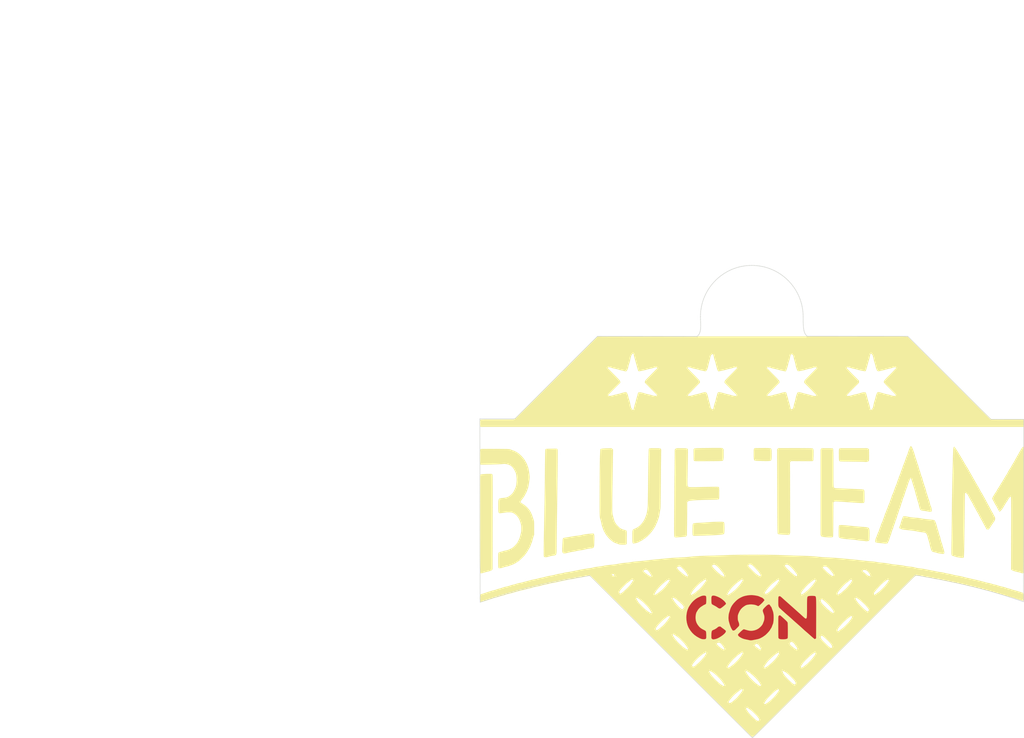
<source format=kicad_pcb>
(kicad_pcb (version 20171130) (host pcbnew 5.1.5)
  (layers (0 F.Cu signal) (31 B.Cu signal) (34 B.Paste user) (35 F.Paste user) (36 B.SilkS user) (37 F.SilkS user) (38 B.Mask user) (39 F.Mask user) (44 Edge.Cuts user))
  (net 0 "")
  (module LOGO (layer F.Cu) (at 142.65 100.8)
    (fp_text reference G*** hide)
    (fp_text value LOGO hide)
    (fp_poly (pts (xy 7.227588 14.513054) (xy 7.639718 14.880368) (xy 8.033728 15.231107) (xy 8.405052 15.561229) (xy 8.749121 15.866693) (xy 9.061369 16.143459) (xy 9.337228 16.387485) (xy 9.572131 16.59473) (xy 9.761511 16.761154) (xy 9.9008 16.882716) (xy 9.98543 16.955374) (xy 10.011005 16.975667) (xy 10.015249 16.93465) (xy 10.019224 16.816864) (xy 10.02285 16.630207) (xy 10.026046 16.382576) (xy 10.028735 16.081869) (xy 10.030835 15.735984) (xy 10.032267 15.352819) (xy 10.032952 14.94027) (xy 10.033 14.7955) (xy 10.033 12.615333) (xy 12.192 12.615333) (xy 12.192 17.145) (xy 12.19171 17.756506) (xy 12.190864 18.343697) (xy 12.189502 18.901096) (xy 12.187662 19.423227) (xy 12.185382 19.904611) (xy 12.182701 20.339773) (xy 12.179656 20.723234) (xy 12.176287 21.049519) (xy 12.172632 21.31315) (xy 12.168729 21.50865) (xy 12.164617 21.630542) (xy 12.160333 21.673349) (xy 12.16025 21.673361) (xy 12.125048 21.64568) (xy 12.030497 21.565317) (xy 11.880585 21.435776) (xy 11.679301 21.260557) (xy 11.430633 21.043165) (xy 11.13857 20.787103) (xy 10.807101 20.495872) (xy 10.440215 20.172976) (xy 10.0419 19.821917) (xy 9.616144 19.446198) (xy 9.166937 19.049321) (xy 8.698268 18.634791) (xy 8.466667 18.429779) (xy 7.986447 18.004583) (xy 7.521522 17.592935) (xy 7.076103 17.198562) (xy 6.654402 16.825193) (xy 6.260628 16.476557) (xy 5.898995 16.156382) (xy 5.573713 15.868397) (xy 5.288994 15.616329) (xy 5.049048 15.403908) (xy 4.858087 15.234862) (xy 4.720322 15.112919) (xy 4.639965 15.041808) (xy 4.62434 15.027989) (xy 4.443847 14.868477) (xy 4.466167 12.050441) (xy 7.227588 14.513054)) (layer F.Cu) (width 0.01))
    (fp_poly (pts (xy 3.013909 14.131597) (xy 3.105029 14.222242) (xy 3.209566 14.353551) (xy 3.314276 14.508519) (xy 3.405913 14.670141) (xy 3.425075 14.70927) (xy 3.624123 15.213918) (xy 3.76989 15.761974) (xy 3.861266 16.336079) (xy 3.897137 16.918874) (xy 3.876392 17.492999) (xy 3.797919 18.041095) (xy 3.669239 18.520833) (xy 3.496945 18.945596) (xy 3.279611 19.353699) (xy 3.030412 19.723541) (xy 2.762525 20.033521) (xy 2.72298 20.072152) (xy 2.531794 20.231169) (xy 2.278708 20.407429) (xy 1.981946 20.590808) (xy 1.659729 20.771184) (xy 1.330281 20.938434) (xy 1.011824 21.082436) (xy 0.722581 21.193065) (xy 0.679905 21.207097) (xy 0.186105 21.336144) (xy -0.315194 21.413021) (xy -0.798456 21.434656) (xy -1.0795 21.418809) (xy -1.512247 21.349852) (xy -1.920917 21.228736) (xy -2.307167 21.061897) (xy -2.49937 20.959688) (xy -2.696879 20.840868) (xy -2.885807 20.715463) (xy -3.052267 20.593502) (xy -3.182373 20.485013) (xy -3.262237 20.400024) (xy -3.280833 20.358813) (xy -3.250947 20.30629) (xy -3.168721 20.208433) (xy -3.045304 20.075925) (xy -2.891847 19.919446) (xy -2.719498 19.749677) (xy -2.539407 19.5773) (xy -2.362723 19.412994) (xy -2.200596 19.267442) (xy -2.064175 19.151324) (xy -1.96461 19.075321) (xy -1.914623 19.05) (xy -1.838491 19.059409) (xy -1.701769 19.084805) (xy -1.52608 19.121944) (xy -1.39017 19.152965) (xy -0.997529 19.235787) (xy -0.663595 19.281926) (xy -0.370123 19.290018) (xy -0.098872 19.258696) (xy 0.168402 19.186596) (xy 0.449942 19.072352) (xy 0.590332 19.004737) (xy 0.891751 18.840805) (xy 1.125607 18.680574) (xy 1.307189 18.510315) (xy 1.451787 18.316296) (xy 1.54481 18.147651) (xy 1.688352 17.797806) (xy 1.775718 17.438169) (xy 1.80751 17.056253) (xy 1.78433 16.639572) (xy 1.706781 16.175638) (xy 1.65145 15.936623) (xy 1.525386 15.4305) (xy 2.212609 14.765369) (xy 2.41266 14.573724) (xy 2.594199 14.403552) (xy 2.747922 14.263273) (xy 2.864523 14.161309) (xy 2.934697 14.106078) (xy 2.949451 14.098619) (xy 3.013909 14.131597)) (layer F.Cu) (width 0.01))
    (fp_poly (pts (xy -9.146383 13.38711) (xy -9.148765 14.4145) (xy -9.444877 14.555809) (xy -9.901655 14.815859) (xy -10.292534 15.12808) (xy -10.616378 15.491149) (xy -10.872049 15.903745) (xy -11.058409 16.364544) (xy -11.088495 16.466816) (xy -11.148691 16.721364) (xy -11.171413 16.934874) (xy -11.157438 17.141842) (xy -11.108845 17.371723) (xy -10.955901 17.798649) (xy -10.722321 18.205335) (xy -10.406979 18.593657) (xy -10.328826 18.674494) (xy -10.14841 18.849799) (xy -9.995986 18.979984) (xy -9.844842 19.084546) (xy -9.668266 19.182985) (xy -9.554689 19.239609) (xy -9.144 19.439397) (xy -9.144 21.251333) (xy -9.260417 21.247145) (xy -9.357287 21.238704) (xy -9.50829 21.220151) (xy -9.684023 21.195163) (xy -9.719786 21.189681) (xy -10.311583 21.059398) (xy -10.853511 20.861043) (xy -11.343806 20.596215) (xy -11.780706 20.266514) (xy -12.16245 19.873538) (xy -12.487274 19.418887) (xy -12.753417 18.90416) (xy -12.959117 18.330957) (xy -12.989338 18.222627) (xy -13.080384 17.824463) (xy -13.150351 17.400664) (xy -13.194278 16.986808) (xy -13.207454 16.658167) (xy -13.166192 16.161329) (xy -13.046585 15.66544) (xy -12.85472 15.177761) (xy -12.596682 14.705553) (xy -12.278559 14.256075) (xy -11.906437 13.83659) (xy -11.486402 13.454359) (xy -11.02454 13.116641) (xy -10.526939 12.830697) (xy -9.999683 12.60379) (xy -9.736667 12.517626) (xy -9.558681 12.466146) (xy -9.398819 12.42155) (xy -9.284055 12.391309) (xy -9.260417 12.385695) (xy -9.144 12.35972) (xy -9.146383 13.38711)) (layer F.Cu) (width 0.01))
    (fp_poly (pts (xy -6.498188 18.440315) (xy -6.381624 18.532292) (xy -6.230599 18.655538) (xy -6.056744 18.800148) (xy -5.871691 18.956215) (xy -5.687073 19.113833) (xy -5.514522 19.263098) (xy -5.365669 19.394102) (xy -5.252148 19.49694) (xy -5.18559 19.561706) (xy -5.173073 19.577985) (xy -5.192438 19.634861) (xy -5.255279 19.735251) (xy -5.348899 19.859328) (xy -5.368732 19.88348) (xy -5.743945 20.278683) (xy -6.154634 20.602618) (xy -6.606283 20.858009) (xy -7.104375 21.047581) (xy -7.654395 21.174057) (xy -8.071567 21.226361) (xy -8.332634 21.2493) (xy -8.35619 20.9434) (xy -8.366084 20.785264) (xy -8.376505 20.568757) (xy -8.386331 20.320159) (xy -8.394442 20.065749) (xy -8.395756 20.016615) (xy -8.411764 19.395731) (xy -8.259299 19.367467) (xy -7.975835 19.286839) (xy -7.66455 19.150473) (xy -7.347738 18.970875) (xy -7.047693 18.760549) (xy -6.809134 18.554077) (xy -6.702126 18.459916) (xy -6.614974 18.400856) (xy -6.568657 18.389513) (xy -6.498188 18.440315)) (layer F.Cu) (width 0.01))
    (fp_poly (pts (xy 4.522177 15.804707) (xy 4.613108 15.876074) (xy 4.752335 15.991851) (xy 4.932606 16.145851) (xy 5.14667 16.331885) (xy 5.387275 16.543765) (xy 5.61975 16.750753) (xy 6.731 17.745129) (xy 6.731 21.251333) (xy 4.493889 21.251333) (xy 4.479488 18.531417) (xy 4.477319 18.059195) (xy 4.475908 17.612137) (xy 4.475236 17.197408) (xy 4.475284 16.822175) (xy 4.476033 16.493605) (xy 4.477463 16.218863) (xy 4.479556 16.005115) (xy 4.482293 15.859529) (xy 4.485655 15.78927) (xy 4.486793 15.783938) (xy 4.522177 15.804707)) (layer F.Cu) (width 0.01))
    (fp_poly (pts (xy 0.113651 12.477901) (xy 0.590795 12.559023) (xy 1.037136 12.69677) (xy 1.443849 12.891954) (xy 1.80211 13.145387) (xy 1.915106 13.248669) (xy 2.03876 13.374081) (xy 2.134669 13.479799) (xy 2.18956 13.550744) (xy 2.197461 13.569445) (xy 2.166553 13.609139) (xy 2.08237 13.69692) (xy 1.954113 13.823737) (xy 1.790988 13.980538) (xy 1.602196 14.158272) (xy 1.538218 14.217764) (xy 1.310903 14.426708) (xy 1.135989 14.582679) (xy 1.005414 14.691968) (xy 0.911114 14.760867) (xy 0.845025 14.795668) (xy 0.799083 14.802663) (xy 0.790674 14.801041) (xy 0.709845 14.779263) (xy 0.571524 14.741561) (xy 0.399837 14.694519) (xy 0.3175 14.671887) (xy -0.092477 14.590956) (xy -0.508088 14.567844) (xy -0.916382 14.599542) (xy -1.304409 14.683042) (xy -1.659217 14.815333) (xy -1.967855 14.993409) (xy -2.217372 15.214259) (xy -2.266088 15.272114) (xy -2.547166 15.673914) (xy -2.747004 16.070977) (xy -2.866753 16.471294) (xy -2.907563 16.882856) (xy -2.870585 17.313655) (xy -2.75697 17.771682) (xy -2.663827 18.034) (xy -2.605867 18.188632) (xy -2.562456 18.315017) (xy -2.541171 18.390774) (xy -2.540195 18.399129) (xy -2.570142 18.43709) (xy -2.652855 18.521069) (xy -2.777495 18.641197) (xy -2.933227 18.787606) (xy -3.109212 18.950427) (xy -3.294614 19.119793) (xy -3.478596 19.285836) (xy -3.650321 19.438686) (xy -3.798951 19.568477) (xy -3.91365 19.665339) (xy -3.98358 19.719404) (xy -3.998804 19.727333) (xy -4.033115 19.695794) (xy -4.103344 19.612196) (xy -4.195768 19.49307) (xy -4.218449 19.46275) (xy -4.380672 19.21598) (xy -4.545541 18.9158) (xy -4.69896 18.591797) (xy -4.82683 18.273553) (xy -4.909383 18.012833) (xy -5.029993 17.398366) (xy -5.068676 16.795625) (xy -5.02663 16.209001) (xy -4.905051 15.642886) (xy -4.705136 15.101673) (xy -4.428082 14.589752) (xy -4.075085 14.111517) (xy -3.753355 13.770025) (xy -3.3475 13.427367) (xy -2.901846 13.134841) (xy -2.425218 12.893258) (xy -1.926441 12.70343) (xy -1.41434 12.566169) (xy -0.897741 12.482286) (xy -0.385469 12.452592) (xy 0.113651 12.477901)) (layer F.Cu) (width 0.01))
    (fp_poly (pts (xy -8.282174 12.472636) (xy -8.115952 12.504557) (xy -7.918011 12.54878) (xy -7.704866 12.601496) (xy -7.493034 12.658893) (xy -7.299034 12.717162) (xy -7.201726 12.749669) (xy -6.702199 12.954041) (xy -6.258723 13.195235) (xy -5.91035 13.444558) (xy -5.766135 13.574723) (xy -5.61829 13.726948) (xy -5.479761 13.885531) (xy -5.363491 14.034768) (xy -5.282423 14.158956) (xy -5.249501 14.242392) (xy -5.249333 14.246496) (xy -5.278361 14.287595) (xy -5.357874 14.375419) (xy -5.47652 14.498863) (xy -5.622947 14.64682) (xy -5.7858 14.808185) (xy -5.953728 14.971853) (xy -6.115378 15.126717) (xy -6.259396 15.261672) (xy -6.37443 15.365613) (xy -6.449127 15.427433) (xy -6.468821 15.439432) (xy -6.511501 15.416827) (xy -6.597786 15.348893) (xy -6.710561 15.249303) (xy -6.733748 15.227765) (xy -6.994697 15.021588) (xy -7.32222 14.824707) (xy -7.698227 14.646989) (xy -8.022167 14.525113) (xy -8.403167 14.397331) (xy -8.440296 13.441155) (xy -8.449952 13.165219) (xy -8.456572 12.918355) (xy -8.45999 12.712875) (xy -8.460043 12.561088) (xy -8.456565 12.475304) (xy -8.453385 12.46094) (xy -8.400157 12.456827) (xy -8.282174 12.472636)) (layer F.Cu) (width 0.01))
  )
  (module LOGO (layer F.Cu) (at 0 0)
    (fp_text reference G*** hide)
    (fp_text value LOGO hide)
  )
  (module LOGO (layer F.Cu) (at 142.65 100.8)
    (fp_text reference G*** hide)
    (fp_text value LOGO hide)
  )
  (module LOGO (layer F.Cu) (at 142.65 100.8)
    (fp_text reference G*** hide)
    (fp_text value LOGO hide)
  )
  (module LOGO (layer F.Cu) (at 142.65 100.8)
    (fp_text reference G*** hide)
    (fp_text value LOGO hide)
  )
  (gr_line (start 132.33619 59.696038) (end 132.349082 59.186174) (layer Edge.Cuts) (width 0.1))
  (gr_line (start 132.349082 59.186174) (end 132.387344 58.683004) (layer Edge.Cuts) (width 0.1))
  (gr_line (start 132.387344 58.683004) (end 132.450352 58.187149) (layer Edge.Cuts) (width 0.1))
  (gr_line (start 132.450352 58.187149) (end 132.537485 57.699232) (layer Edge.Cuts) (width 0.1))
  (gr_line (start 132.537485 57.699232) (end 132.64812 57.219877) (layer Edge.Cuts) (width 0.1))
  (gr_line (start 132.64812 57.219877) (end 132.781634 56.749705) (layer Edge.Cuts) (width 0.1))
  (gr_line (start 132.781634 56.749705) (end 132.937404 56.289339) (layer Edge.Cuts) (width 0.1))
  (gr_line (start 132.937404 56.289339) (end 133.114809 55.839401) (layer Edge.Cuts) (width 0.1))
  (gr_line (start 133.114809 55.839401) (end 133.313226 55.400514) (layer Edge.Cuts) (width 0.1))
  (gr_line (start 133.313226 55.400514) (end 133.532031 54.973301) (layer Edge.Cuts) (width 0.1))
  (gr_line (start 133.532031 54.973301) (end 133.770603 54.558384) (layer Edge.Cuts) (width 0.1))
  (gr_line (start 133.770603 54.558384) (end 134.028319 54.156386) (layer Edge.Cuts) (width 0.1))
  (gr_line (start 134.028319 54.156386) (end 134.304557 53.767929) (layer Edge.Cuts) (width 0.1))
  (gr_line (start 134.304557 53.767929) (end 134.598694 53.393636) (layer Edge.Cuts) (width 0.1))
  (gr_line (start 134.598694 53.393636) (end 134.910107 53.034129) (layer Edge.Cuts) (width 0.1))
  (gr_line (start 134.910107 53.034129) (end 135.238174 52.69003) (layer Edge.Cuts) (width 0.1))
  (gr_line (start 135.238174 52.69003) (end 135.582272 52.361963) (layer Edge.Cuts) (width 0.1))
  (gr_line (start 135.582272 52.361963) (end 135.941779 52.05055) (layer Edge.Cuts) (width 0.1))
  (gr_line (start 135.941779 52.05055) (end 136.316072 51.756414) (layer Edge.Cuts) (width 0.1))
  (gr_line (start 136.316072 51.756414) (end 136.704529 51.480176) (layer Edge.Cuts) (width 0.1))
  (gr_line (start 136.704529 51.480176) (end 137.106527 51.22246) (layer Edge.Cuts) (width 0.1))
  (gr_line (start 137.106527 51.22246) (end 137.521444 50.983888) (layer Edge.Cuts) (width 0.1))
  (gr_line (start 137.521444 50.983888) (end 137.948657 50.765082) (layer Edge.Cuts) (width 0.1))
  (gr_line (start 137.948657 50.765082) (end 138.387544 50.566666) (layer Edge.Cuts) (width 0.1))
  (gr_line (start 138.387544 50.566666) (end 138.837482 50.389261) (layer Edge.Cuts) (width 0.1))
  (gr_line (start 138.837482 50.389261) (end 139.297848 50.23349) (layer Edge.Cuts) (width 0.1))
  (gr_line (start 139.297848 50.23349) (end 139.76802 50.099976) (layer Edge.Cuts) (width 0.1))
  (gr_line (start 139.76802 50.099976) (end 140.247375 49.989342) (layer Edge.Cuts) (width 0.1))
  (gr_line (start 140.247375 49.989342) (end 140.735292 49.902209) (layer Edge.Cuts) (width 0.1))
  (gr_line (start 140.735292 49.902209) (end 141.231147 49.8392) (layer Edge.Cuts) (width 0.1))
  (gr_line (start 141.231147 49.8392) (end 141.734317 49.800939) (layer Edge.Cuts) (width 0.1))
  (gr_line (start 141.734317 49.800939) (end 142.244181 49.788047) (layer Edge.Cuts) (width 0.1))
  (gr_line (start 142.244181 49.788047) (end 142.754045 49.800939) (layer Edge.Cuts) (width 0.1))
  (gr_line (start 142.754045 49.800939) (end 143.257215 49.8392) (layer Edge.Cuts) (width 0.1))
  (gr_line (start 143.257215 49.8392) (end 143.75307 49.902209) (layer Edge.Cuts) (width 0.1))
  (gr_line (start 143.75307 49.902209) (end 144.240987 49.989342) (layer Edge.Cuts) (width 0.1))
  (gr_line (start 144.240987 49.989342) (end 144.720342 50.099976) (layer Edge.Cuts) (width 0.1))
  (gr_line (start 144.720342 50.099976) (end 145.190514 50.23349) (layer Edge.Cuts) (width 0.1))
  (gr_line (start 145.190514 50.23349) (end 145.65088 50.389261) (layer Edge.Cuts) (width 0.1))
  (gr_line (start 145.65088 50.389261) (end 146.100818 50.566666) (layer Edge.Cuts) (width 0.1))
  (gr_line (start 146.100818 50.566666) (end 146.539705 50.765082) (layer Edge.Cuts) (width 0.1))
  (gr_line (start 146.539705 50.765082) (end 146.966918 50.983888) (layer Edge.Cuts) (width 0.1))
  (gr_line (start 146.966918 50.983888) (end 147.381835 51.22246) (layer Edge.Cuts) (width 0.1))
  (gr_line (start 147.381835 51.22246) (end 147.783833 51.480176) (layer Edge.Cuts) (width 0.1))
  (gr_line (start 147.783833 51.480176) (end 148.17229 51.756414) (layer Edge.Cuts) (width 0.1))
  (gr_line (start 148.17229 51.756414) (end 148.546583 52.05055) (layer Edge.Cuts) (width 0.1))
  (gr_line (start 148.546583 52.05055) (end 148.90609 52.361963) (layer Edge.Cuts) (width 0.1))
  (gr_line (start 148.90609 52.361963) (end 149.250189 52.69003) (layer Edge.Cuts) (width 0.1))
  (gr_line (start 149.250189 52.69003) (end 149.578255 53.034129) (layer Edge.Cuts) (width 0.1))
  (gr_line (start 149.578255 53.034129) (end 149.889668 53.393636) (layer Edge.Cuts) (width 0.1))
  (gr_line (start 149.889668 53.393636) (end 150.183805 53.767929) (layer Edge.Cuts) (width 0.1))
  (gr_line (start 150.183805 53.767929) (end 150.460043 54.156386) (layer Edge.Cuts) (width 0.1))
  (gr_line (start 150.460043 54.156386) (end 150.717759 54.558384) (layer Edge.Cuts) (width 0.1))
  (gr_line (start 150.717759 54.558384) (end 150.956331 54.973301) (layer Edge.Cuts) (width 0.1))
  (gr_line (start 150.956331 54.973301) (end 151.175136 55.400514) (layer Edge.Cuts) (width 0.1))
  (gr_line (start 151.175136 55.400514) (end 151.373553 55.839401) (layer Edge.Cuts) (width 0.1))
  (gr_line (start 151.373553 55.839401) (end 151.550958 56.289339) (layer Edge.Cuts) (width 0.1))
  (gr_line (start 151.550958 56.289339) (end 151.706728 56.749705) (layer Edge.Cuts) (width 0.1))
  (gr_line (start 151.706728 56.749705) (end 151.840242 57.219877) (layer Edge.Cuts) (width 0.1))
  (gr_line (start 151.840242 57.219877) (end 151.950877 57.699232) (layer Edge.Cuts) (width 0.1))
  (gr_line (start 151.950877 57.699232) (end 152.03801 58.187149) (layer Edge.Cuts) (width 0.1))
  (gr_line (start 152.03801 58.187149) (end 152.101018 58.683004) (layer Edge.Cuts) (width 0.1))
  (gr_line (start 152.101018 58.683004) (end 152.13928 59.186174) (layer Edge.Cuts) (width 0.1))
  (gr_line (start 152.13928 59.186174) (end 152.152172 59.696038) (layer Edge.Cuts) (width 0.1))
  (gr_line (start 152.152172 59.696038) (end 152.154795 60.771708) (layer Edge.Cuts) (width 0.1))
  (gr_line (start 152.154795 60.771708) (end 152.175543 61.328379) (layer Edge.Cuts) (width 0.1))
  (gr_line (start 152.175543 61.328379) (end 152.224778 61.869039) (layer Edge.Cuts) (width 0.1))
  (gr_line (start 152.224778 61.869039) (end 152.314146 62.372262) (layer Edge.Cuts) (width 0.1))
  (gr_line (start 152.314146 62.372262) (end 152.377519 62.603139) (layer Edge.Cuts) (width 0.1))
  (gr_line (start 152.377519 62.603139) (end 152.455293 62.816623) (layer Edge.Cuts) (width 0.1))
  (gr_line (start 152.455293 62.816623) (end 152.548923 63.010034) (layer Edge.Cuts) (width 0.1))
  (gr_line (start 152.548923 63.010034) (end 152.659865 63.180694) (layer Edge.Cuts) (width 0.1))
  (gr_line (start 152.659865 63.180694) (end 152.789576 63.325926) (layer Edge.Cuts) (width 0.1))
  (gr_line (start 152.789576 63.325926) (end 152.93951 63.443051) (layer Edge.Cuts) (width 0.1))
  (gr_line (start 152.93951 63.443051) (end 172.306757 63.456881) (layer Edge.Cuts) (width 0.1))
  (gr_line (start 172.306757 63.456881) (end 188.33676 79.486882) (layer Edge.Cuts) (width 0.1))
  (gr_line (start 188.33676 79.486882) (end 194.7083 79.486882) (layer Edge.Cuts) (width 0.1))
  (gr_line (start 194.7083 79.486882) (end 194.6577 114.68209) (layer Edge.Cuts) (width 0.1))
  (gr_line (start 194.6577 114.68209) (end 193.251959 114.196786) (layer Edge.Cuts) (width 0.1))
  (gr_line (start 193.251959 114.196786) (end 191.863552 113.739597) (layer Edge.Cuts) (width 0.1))
  (gr_line (start 191.863552 113.739597) (end 190.491635 113.309154) (layer Edge.Cuts) (width 0.1))
  (gr_line (start 190.491635 113.309154) (end 189.135364 112.904086) (layer Edge.Cuts) (width 0.1))
  (gr_line (start 189.135364 112.904086) (end 187.793894 112.523025) (layer Edge.Cuts) (width 0.1))
  (gr_line (start 187.793894 112.523025) (end 186.466382 112.164602) (layer Edge.Cuts) (width 0.1))
  (gr_line (start 186.466382 112.164602) (end 185.151982 111.827448) (layer Edge.Cuts) (width 0.1))
  (gr_line (start 185.151982 111.827448) (end 183.849852 111.510193) (layer Edge.Cuts) (width 0.1))
  (gr_line (start 183.849852 111.510193) (end 181.279021 110.929903) (layer Edge.Cuts) (width 0.1))
  (gr_line (start 181.279021 110.929903) (end 178.747135 110.412781) (layer Edge.Cuts) (width 0.1))
  (gr_line (start 178.747135 110.412781) (end 176.24744 109.947871) (layer Edge.Cuts) (width 0.1))
  (gr_line (start 176.24744 109.947871) (end 173.773184 109.524221) (layer Edge.Cuts) (width 0.1))
  (gr_line (start 173.773184 109.524221) (end 142.370564 140.92684) (layer Edge.Cuts) (width 0.1))
  (gr_line (start 142.370564 140.92684) (end 111.018511 109.625358) (layer Edge.Cuts) (width 0.1))
  (gr_line (start 111.018511 109.625358) (end 109.635812 109.830815) (layer Edge.Cuts) (width 0.1))
  (gr_line (start 109.635812 109.830815) (end 108.260694 110.051434) (layer Edge.Cuts) (width 0.1))
  (gr_line (start 108.260694 110.051434) (end 106.893203 110.287306) (layer Edge.Cuts) (width 0.1))
  (gr_line (start 106.893203 110.287306) (end 105.533383 110.538522) (layer Edge.Cuts) (width 0.1))
  (gr_line (start 105.533383 110.538522) (end 104.181282 110.805175) (layer Edge.Cuts) (width 0.1))
  (gr_line (start 104.181282 110.805175) (end 102.836945 111.087355) (layer Edge.Cuts) (width 0.1))
  (gr_line (start 102.836945 111.087355) (end 101.500417 111.385154) (layer Edge.Cuts) (width 0.1))
  (gr_line (start 101.500417 111.385154) (end 100.171744 111.698663) (layer Edge.Cuts) (width 0.1))
  (gr_line (start 100.171744 111.698663) (end 98.850972 112.027974) (layer Edge.Cuts) (width 0.1))
  (gr_line (start 98.850972 112.027974) (end 97.538147 112.373178) (layer Edge.Cuts) (width 0.1))
  (gr_line (start 97.538147 112.373178) (end 96.233314 112.734366) (layer Edge.Cuts) (width 0.1))
  (gr_line (start 96.233314 112.734366) (end 94.936518 113.11163) (layer Edge.Cuts) (width 0.1))
  (gr_line (start 94.936518 113.11163) (end 93.647807 113.505062) (layer Edge.Cuts) (width 0.1))
  (gr_line (start 93.647807 113.505062) (end 92.367225 113.914752) (layer Edge.Cuts) (width 0.1))
  (gr_line (start 92.367225 113.914752) (end 91.094818 114.340793) (layer Edge.Cuts) (width 0.1))
  (gr_line (start 91.094818 114.340793) (end 89.830631 114.783275) (layer Edge.Cuts) (width 0.1))
  (gr_line (start 89.830631 114.783275) (end 89.780063 79.385798) (layer Edge.Cuts) (width 0.1))
  (gr_line (start 89.780063 79.385798) (end 96.556152 79.385798) (layer Edge.Cuts) (width 0.1))
  (gr_line (start 96.556152 79.385798) (end 112.470399 63.4652) (layer Edge.Cuts) (width 0.1))
  (gr_line (start 112.470399 63.4652) (end 131.654796 63.49583) (layer Edge.Cuts) (width 0.1))
  (gr_line (start 131.654796 63.49583) (end 131.828695 63.360863) (layer Edge.Cuts) (width 0.1))
  (gr_line (start 131.828695 63.360863) (end 131.973714 63.200867) (layer Edge.Cuts) (width 0.1))
  (gr_line (start 131.973714 63.200867) (end 132.092288 63.018274) (layer Edge.Cuts) (width 0.1))
  (gr_line (start 132.092288 63.018274) (end 132.186856 62.815521) (layer Edge.Cuts) (width 0.1))
  (gr_line (start 132.186856 62.815521) (end 132.259854 62.595041) (layer Edge.Cuts) (width 0.1))
  (gr_line (start 132.259854 62.595041) (end 132.313718 62.359268) (layer Edge.Cuts) (width 0.1))
  (gr_line (start 132.313718 62.359268) (end 132.350887 62.110638) (layer Edge.Cuts) (width 0.1))
  (gr_line (start 132.350887 62.110638) (end 132.373797 61.851584) (layer Edge.Cuts) (width 0.1))
  (gr_line (start 132.373797 61.851584) (end 132.386588 61.311944) (layer Edge.Cuts) (width 0.1))
  (gr_line (start 132.386588 61.311944) (end 132.371586 60.759823) (layer Edge.Cuts) (width 0.1))
  (gr_line (start 132.371586 60.759823) (end 132.348288 60.214696) (layer Edge.Cuts) (width 0.1))
  (gr_line (start 132.348288 60.214696) (end 132.33619 59.69604) (layer Edge.Cuts) (width 0.1))
  (gr_line (start 132.33619 59.69604) (end 132.33619 59.696038) (layer Edge.Cuts) (width 0.1))
  (gr_line (start 132.33619 59.696038) (end 132.33619 59.696038) (layer Edge.Cuts) (width 0.1))
)
</source>
